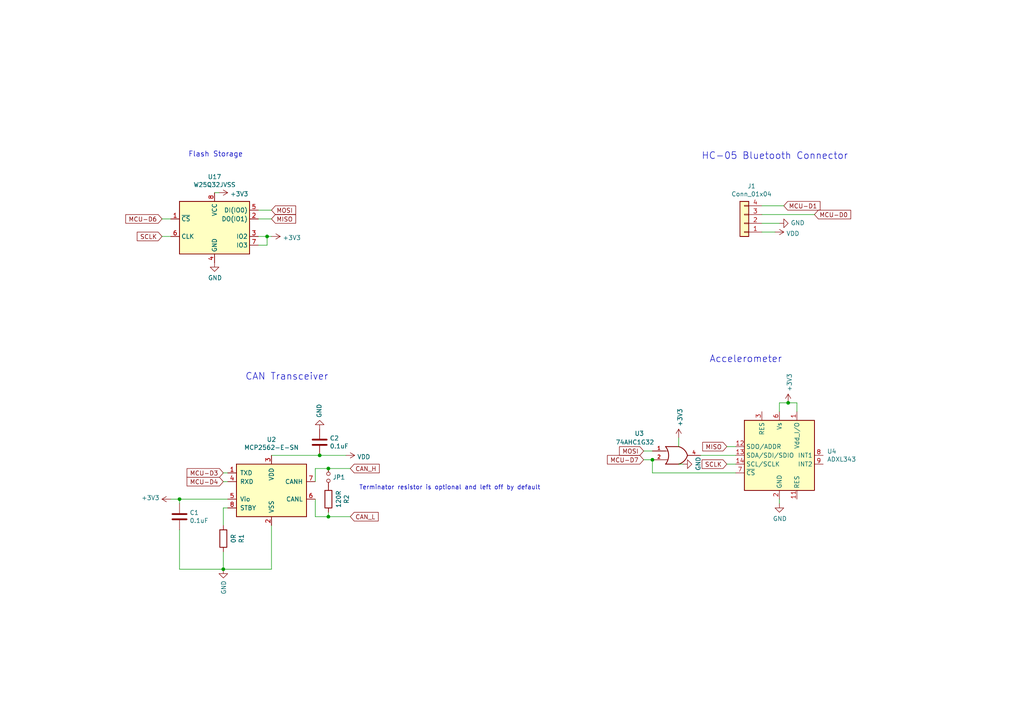
<source format=kicad_sch>
(kicad_sch (version 20250114) (generator "eeschema") (generator_version "9.0")
  (paper "A4")
  (lib_symbols
    (symbol "74xGxx:74AHC1G32" (pin_names (offset 1.016))
      (property "Reference" "U" (at -2.54 3.81 0))
      (property "Value" "74AHC1G32" (at 0 -3.81 0))
      (symbol "74AHC1G32_0_1"
        (arc (start -3.81 2.54) (mid -2.919 0) (end -3.81 -2.54) (stroke (width 0.254)))
        (polyline (pts (xy -3.81 1.27) (xy -3.175 1.27)))
        (polyline (pts (xy -3.81 -1.27) (xy -3.175 -1.27)))
        (arc (start 2.54 0) (mid 1.601 -1.601) (end 0 -2.54) (stroke (width 0.254)))
        (arc (start 0 2.54) (mid 1.6136 1.6136) (end 2.54 0) (stroke (width 0.254)))
        (polyline (pts (xy 0 2.54) (xy -3.81 2.54)) (stroke (width 0.254)) (fill (type background)))
        (polyline (pts (xy 0 -2.54) (xy -3.81 -2.54)) (stroke (width 0.254)) (fill (type background)))
      )
      (symbol "74AHC1G32_1_1"
        (pin input line (at -7.62 1.27 0) (length 3.81) (name "~") (number "1"))
        (pin input line (at -7.62 -1.27 0) (length 3.81) (name "~") (number "2"))
        (pin power_in line (at 0 2.54 90) (length 0) (hide yes) (name "VCC") (number "5"))
        (pin power_in line (at 0 -2.54 270) (length 0) (hide yes) (name "GND") (number "3"))
        (pin output line (at 6.35 0 180) (length 3.81) (name "~") (number "4"))
      )
    )
    (symbol "Connector_Generic:Conn_01x04" (pin_names (offset 1.016) (hide yes))
      (property "Reference" "J" (at 0 5.08 0))
      (property "Value" "Conn_01x04" (at 0 -7.62 0))
      (symbol "Conn_01x04_1_1"
        (rectangle (start -1.27 3.81) (end 1.27 -6.35) (stroke (width 0.254)) (fill (type background)))
        (rectangle (start -1.27 2.667) (end 0 2.413) (stroke (width 0.1524)))
        (rectangle (start -1.27 0.127) (end 0 -0.127) (stroke (width 0.1524)))
        (rectangle (start -1.27 -2.413) (end 0 -2.667) (stroke (width 0.1524)))
        (rectangle (start -1.27 -4.953) (end 0 -5.207) (stroke (width 0.1524)))
        (pin passive line (at -5.08 2.54 0) (length 3.81) (name "Pin_1") (number "1"))
        (pin passive line (at -5.08 0 0) (length 3.81) (name "Pin_2") (number "2"))
        (pin passive line (at -5.08 -2.54 0) (length 3.81) (name "Pin_3") (number "3"))
        (pin passive line (at -5.08 -5.08 0) (length 3.81) (name "Pin_4") (number "4"))
      )
    )
    (symbol "Device:C" (pin_numbers (hide yes)) (pin_names (offset 0.254))
      (property "Reference" "C" (at 0.635 2.54 0))
      (property "Value" "C" (at 0.635 -2.54 0))
      (symbol "C_0_1"
        (polyline (pts (xy -2.032 0.762) (xy 2.032 0.762)) (stroke (width 0.508)))
        (polyline (pts (xy -2.032 -0.762) (xy 2.032 -0.762)) (stroke (width 0.508)))
      )
      (symbol "C_1_1"
        (pin passive line (at 0 3.81 270) (length 2.794) (name "~") (number "1"))
        (pin passive line (at 0 -3.81 90) (length 2.794) (name "~") (number "2"))
      )
    )
    (symbol "Device:Jumper_NO_Small" (pin_numbers (hide yes)) (pin_names (offset 0.762) (hide yes))
      (property "Reference" "JP" (at 0 2.032 0))
      (property "Value" "Device_Jumper_NO_Small" (at 0.254 -1.524 0))
      (symbol "Jumper_NO_Small_0_1"
        (circle (center -1.016 0) (radius 0.508))
        (circle (center 1.016 0) (radius 0.508))
        (pin passive line (at -2.54 0 0) (length 1.016) (name "1") (number "1"))
        (pin passive line (at 2.54 0 180) (length 1.016) (name "2") (number "2"))
      )
    )
    (symbol "Device:R" (pin_numbers (hide yes)) (pin_names (offset 0))
      (property "Reference" "R" (at 2.032 0 90))
      (property "Value" "R" (at 0 0 90))
      (symbol "R_0_1"
        (rectangle (start -1.016 -2.54) (end 1.016 2.54) (stroke (width 0.254)))
      )
      (symbol "R_1_1"
        (pin passive line (at 0 3.81 270) (length 1.27) (name "~") (number "1"))
        (pin passive line (at 0 -3.81 90) (length 1.27) (name "~") (number "2"))
      )
    )
    (symbol "Interface_CAN_LIN:MCP2562-E-SN" (pin_names (offset 1.016))
      (property "Reference" "U" (at -10.16 8.89 0))
      (property "Value" "MCP2562-E-SN" (at 2.54 8.89 0))
      (symbol "MCP2562-E-SN_0_1"
        (rectangle (start -10.16 7.62) (end 10.16 -7.62) (stroke (width 0.254)) (fill (type background)))
      )
      (symbol "MCP2562-E-SN_1_1"
        (pin input line (at -12.7 5.08 0) (length 2.54) (name "TXD") (number "1"))
        (pin output line (at -12.7 2.54 0) (length 2.54) (name "RXD") (number "4"))
        (pin power_in line (at -12.7 -2.54 0) (length 2.54) (name "Vio") (number "5"))
        (pin input line (at -12.7 -5.08 0) (length 2.54) (name "STBY") (number "8"))
        (pin power_in line (at 0 10.16 270) (length 2.54) (name "VDD") (number "3"))
        (pin power_in line (at 0 -10.16 90) (length 2.54) (name "VSS") (number "2"))
        (pin bidirectional line (at 12.7 2.54 180) (length 2.54) (name "CANH") (number "7"))
        (pin bidirectional line (at 12.7 -2.54 180) (length 2.54) (name "CANL") (number "6"))
      )
    )
    (symbol "Memory_Flash:W25Q32JVSS"
      (property "Reference" "U" (at -8.89 8.89 0))
      (property "Value" "W25Q32JVSS" (at 7.62 8.89 0))
      (symbol "W25Q32JVSS_0_1"
        (rectangle (start -10.16 7.62) (end 10.16 -7.62) (stroke (width 0.254)) (fill (type background)))
      )
      (symbol "W25Q32JVSS_1_1"
        (pin input line (at -12.7 2.54 0) (length 2.54) (name "~{CS}") (number "1"))
        (pin input line (at -12.7 -2.54 0) (length 2.54) (name "CLK") (number "6"))
        (pin power_in line (at 0 10.16 270) (length 2.54) (name "VCC") (number "8"))
        (pin power_in line (at 0 -10.16 90) (length 2.54) (name "GND") (number "4"))
        (pin bidirectional line (at 12.7 5.08 180) (length 2.54) (name "DI(IO0)") (number "5"))
        (pin bidirectional line (at 12.7 2.54 180) (length 2.54) (name "DO(IO1)") (number "2"))
        (pin bidirectional line (at 12.7 -2.54 180) (length 2.54) (name "IO2") (number "3"))
        (pin bidirectional line (at 12.7 -5.08 180) (length 2.54) (name "IO3") (number "7"))
      )
    )
    (symbol "Sensor_Motion:ADXL343"
      (property "Reference" "U" (at -8.89 11.43 0))
      (property "Value" "ADXL343" (at -7.62 -11.43 0))
      (symbol "ADXL343_0_1"
        (rectangle (start -10.16 10.16) (end 10.16 -10.16) (stroke (width 0.254)) (fill (type background)))
      )
      (symbol "ADXL343_1_1"
        (pin bidirectional line (at -12.7 2.54 0) (length 2.54) (name "SDO/ADDR") (number "12"))
        (pin bidirectional line (at -12.7 0 0) (length 2.54) (name "SDA/SDI/SDIO") (number "13"))
        (pin input line (at -12.7 -2.54 0) (length 2.54) (name "SCL/SCLK") (number "14"))
        (pin input line (at -12.7 -5.08 0) (length 2.54) (name "~{CS}") (number "7"))
        (pin passive line (at -5.08 12.7 270) (length 2.54) (name "RES") (number "3"))
        (pin no_connect line (at -5.08 -10.16 90) (length 2.54) (hide yes) (name "NC") (number "10"))
        (pin power_in line (at 0 12.7 270) (length 2.54) (name "Vs") (number "6"))
        (pin power_in line (at 0 -12.7 90) (length 2.54) (name "GND") (number "2"))
        (pin passive line (at 0 -12.7 90) (length 2.54) (hide yes) (name "GND") (number "4"))
        (pin passive line (at 0 -12.7 90) (length 2.54) (hide yes) (name "GND") (number "5"))
        (pin power_in line (at 5.08 12.7 270) (length 2.54) (name "Vdd_I/O") (number "1"))
        (pin passive line (at 5.08 -12.7 90) (length 2.54) (name "RES") (number "11"))
        (pin output line (at 12.7 0 180) (length 2.54) (name "INT1") (number "8"))
        (pin output line (at 12.7 -2.54 180) (length 2.54) (name "INT2") (number "9"))
      )
    )
    (symbol "power:+3V3" (power) (pin_names (offset 0))
      (property "Value" "+3V3" (at 0 3.556 0))
      (symbol "+3V3_0_1"
        (polyline (pts (xy -0.762 1.27) (xy 0 2.54)))
        (polyline (pts (xy 0 2.54) (xy 0.762 1.27)))
        (polyline (pts (xy 0 0) (xy 0 2.54)))
      )
      (symbol "+3V3_1_1"
        (pin power_in line (at 0 0 90) (length 0) (hide yes) (name "+3V3") (number "1"))
      )
    )
    (symbol "power:GND" (power) (pin_names (offset 0))
      (property "Value" "GND" (at 0 -3.81 0))
      (symbol "GND_0_1"
        (polyline (pts (xy 0 0) (xy 0 -1.27) (xy 1.27 -1.27) (xy 0 -2.54) (xy -1.27 -1.27) (xy 0 -1.27)))
      )
      (symbol "GND_1_1"
        (pin power_in line (at 0 0 270) (length 0) (hide yes) (name "GND") (number "1"))
      )
    )
    (symbol "power:VDD" (power) (pin_names (offset 0))
      (property "Value" "VDD" (at 0 3.81 0))
      (symbol "VDD_0_1"
        (polyline (pts (xy -0.762 1.27) (xy 0 2.54)))
        (polyline (pts (xy 0 2.54) (xy 0.762 1.27)))
        (polyline (pts (xy 0 0) (xy 0 2.54)))
      )
      (symbol "VDD_1_1"
        (pin power_in line (at 0 0 90) (length 0) (hide yes) (name "VDD") (number "1"))
      )
    )
  )
  (text "CAN Transceiver" (at 71.12 110.49 0) (effects (font (size 1.9812 1.9812)) (justify left bottom)))
  (text "Flash Storage" (at 54.61 45.72 0) (effects (font (size 1.4986 1.4986)) (justify left bottom)))
  (text "HC-05 Bluetooth Connector" (at 203.454 46.482 0) (effects (font (size 1.9812 1.9812)) (justify left bottom)))
  (text "Terminator resistor is optional and left off by default" (at 104.14 142.24 0) (effects (font (size 1.27 1.27)) (justify left bottom)))
  (text "Accelerometer" (at 205.74 105.41 0) (effects (font (size 1.9812 1.9812)) (justify left bottom)))
  (junction (at 95.25 135.89))
  (junction (at 77.47 68.58))
  (junction (at 95.25 149.86))
  (junction (at 189.23 133.35))
  (junction (at 64.77 165.1))
  (junction (at 92.71 132.08))
  (junction (at 52.07 144.78))
  (junction (at 228.6 116.84))
  (wire (pts (xy 92.71 132.08) (xy 78.74 132.08)))
  (wire (pts (xy 74.93 60.96) (xy 78.74 60.96)))
  (wire (pts (xy 91.44 135.89) (xy 91.44 139.7)))
  (wire (pts (xy 236.22 62.23) (xy 220.98 62.23)))
  (wire (pts (xy 226.06 146.05) (xy 226.06 144.78)))
  (wire (pts (xy 91.44 149.86) (xy 95.25 149.86)))
  (wire (pts (xy 78.74 152.4) (xy 78.74 165.1)))
  (wire (pts (xy 186.69 133.35) (xy 189.23 133.35)))
  (wire (pts (xy 74.93 71.12) (xy 77.47 71.12)))
  (wire (pts (xy 226.06 64.77) (xy 220.98 64.77)))
  (wire (pts (xy 220.98 59.69) (xy 227.33 59.69)))
  (wire (pts (xy 64.77 139.7) (xy 66.04 139.7)))
  (wire (pts (xy 231.14 119.38) (xy 231.14 116.84)))
  (wire (pts (xy 77.47 71.12) (xy 77.47 68.58)))
  (wire (pts (xy 63.5 55.88) (xy 62.23 55.88)))
  (wire (pts (xy 224.79 67.31) (xy 220.98 67.31)))
  (wire (pts (xy 52.07 144.78) (xy 66.04 144.78)))
  (wire (pts (xy 95.25 149.86) (xy 101.6 149.86)))
  (wire (pts (xy 49.53 144.78) (xy 52.07 144.78)))
  (wire (pts (xy 78.74 165.1) (xy 64.77 165.1)))
  (wire (pts (xy 52.07 165.1) (xy 64.77 165.1)))
  (wire (pts (xy 46.99 63.5) (xy 49.53 63.5)))
  (wire (pts (xy 95.25 148.59) (xy 95.25 149.86)))
  (wire (pts (xy 46.99 68.58) (xy 49.53 68.58)))
  (wire (pts (xy 95.25 135.89) (xy 91.44 135.89)))
  (wire (pts (xy 77.47 68.58) (xy 74.93 68.58)))
  (wire (pts (xy 210.82 134.62) (xy 213.36 134.62)))
  (wire (pts (xy 186.69 130.81) (xy 189.23 130.81)))
  (wire (pts (xy 95.25 135.89) (xy 101.6 135.89)))
  (wire (pts (xy 64.77 147.32) (xy 66.04 147.32)))
  (wire (pts (xy 196.85 127) (xy 196.85 129.54)))
  (wire (pts (xy 64.77 160.02) (xy 64.77 165.1)))
  (wire (pts (xy 189.23 133.35) (xy 189.23 137.16)))
  (wire (pts (xy 64.77 152.4) (xy 64.77 147.32)))
  (wire (pts (xy 198.12 134.62) (xy 196.85 134.62)))
  (wire (pts (xy 210.82 129.54) (xy 213.36 129.54)))
  (wire (pts (xy 52.07 146.05) (xy 52.07 144.78)))
  (wire (pts (xy 52.07 153.67) (xy 52.07 165.1)))
  (wire (pts (xy 78.74 63.5) (xy 74.93 63.5)))
  (wire (pts (xy 91.44 144.78) (xy 91.44 149.86)))
  (wire (pts (xy 226.06 119.38) (xy 226.06 116.84)))
  (wire (pts (xy 189.23 137.16) (xy 213.36 137.16)))
  (wire (pts (xy 203.2 132.08) (xy 213.36 132.08)))
  (wire (pts (xy 226.06 116.84) (xy 228.6 116.84)))
  (wire (pts (xy 100.33 132.08) (xy 92.71 132.08)))
  (wire (pts (xy 231.14 116.84) (xy 228.6 116.84)))
  (wire (pts (xy 64.77 137.16) (xy 66.04 137.16)))
  (wire (pts (xy 78.74 68.58) (xy 77.47 68.58)))
  (global_label "CAN_L" (shape input) (at 101.6 149.86 0) (property "Intersheetrefs" "${INTERSHEET_REFS}" (effects (hide yes))))
  (global_label "MCU-D3" (shape input) (at 64.77 137.16 180) (property "Intersheetrefs" "${INTERSHEET_REFS}" (effects (hide yes))))
  (global_label "MISO" (shape input) (at 210.82 129.54 180) (property "Intersheetrefs" "${INTERSHEET_REFS}" (effects (hide yes))))
  (global_label "MCU-D6" (shape input) (at 46.99 63.5 180) (property "Intersheetrefs" "${INTERSHEET_REFS}" (effects (hide yes))))
  (global_label "MISO" (shape input) (at 78.74 63.5 0) (property "Intersheetrefs" "${INTERSHEET_REFS}" (effects (hide yes))))
  (global_label "MCU-D4" (shape input) (at 64.77 139.7 180) (property "Intersheetrefs" "${INTERSHEET_REFS}" (effects (hide yes))))
  (global_label "MOSI" (shape input) (at 78.74 60.96 0) (property "Intersheetrefs" "${INTERSHEET_REFS}" (effects (hide yes))))
  (global_label "MCU-D0" (shape input) (at 236.22 62.23 0) (property "Intersheetrefs" "${INTERSHEET_REFS}" (effects (hide yes))))
  (global_label "SCLK" (shape input) (at 46.99 68.58 180) (property "Intersheetrefs" "${INTERSHEET_REFS}" (effects (hide yes))))
  (global_label "MCU-D1" (shape input) (at 227.33 59.69 0) (property "Intersheetrefs" "${INTERSHEET_REFS}" (effects (hide yes))))
  (global_label "SCLK" (shape input) (at 210.82 134.62 180) (property "Intersheetrefs" "${INTERSHEET_REFS}" (effects (hide yes))))
  (global_label "MOSI" (shape input) (at 186.69 130.81 180) (property "Intersheetrefs" "${INTERSHEET_REFS}" (effects (hide yes))))
  (global_label "MCU-D7" (shape input) (at 186.69 133.35 180) (property "Intersheetrefs" "${INTERSHEET_REFS}" (effects (hide yes))))
  (global_label "CAN_H" (shape input) (at 101.6 135.89 0) (property "Intersheetrefs" "${INTERSHEET_REFS}" (effects (hide yes))))
  (symbol (lib_id "Interface_CAN_LIN:MCP2562-E-SN") (at 78.74 142.24 0) (unit 1)
    (property "Reference" "U2" (at 78.74 127.4826 0))
    (property "Value" "MCP2562-E-SN" (at 78.74 129.794 0))
    (property "Footprint" "Package_SO:SOIC-8_3.9x4.9mm_P1.27mm" (effects (hide yes)))
    (property "Datasheet" "http://ww1.microchip.com/downloads/en/DeviceDoc/25167A.pdf" (effects (hide yes)))
    (property "Digikey Part Number" "MCP2562-E/SN-ND" (effects (hide yes)))
    (property "Manufacturer_Name" "Microchip Technology" (effects (hide yes)))
    (property "Manufacturer_Part_Number" "MCP2562-E/SN" (effects (hide yes)))
    (property "URL" "https://www.digikey.com.au/products/en?keywords=MCP2562-E-SN" (effects (hide yes)))
  )
  (symbol (lib_id "Device:R") (at 95.25 144.78 180) (unit 1)
    (property "Reference" "R2" (at 100.5078 144.78 90))
    (property "Value" "120R" (at 98.1964 144.78 90))
    (property "Footprint" "Resistor_SMD:R_0805_2012Metric_Pad1.20x1.40mm_HandSolder" (effects (hide yes)))
    (property "Manufacturer_Name" "Yageo" (effects (hide yes)))
    (property "Manufacturer_Part_Number" "RC0805FR-07120RL" (effects (hide yes)))
    (property "URL" "https://www.digikey.com/products/en?keywords=311-120CRCT-ND" (effects (hide yes)))
    (property "Digikey Part Number" "311-120CRCT-ND" (effects (hide yes)))
  )
  (symbol (lib_id "power:GND") (at 226.06 64.77 90) (unit 1)
    (property "Reference" "#PWR04" (effects (hide yes)))
    (property "Value" "GND" (at 229.3112 64.643 90) (effects (justify right)))
  )
  (symbol (lib_id "power:GND") (at 226.06 146.05 0) (unit 1)
    (property "Reference" "#PWR014" (effects (hide yes)))
    (property "Value" "GND" (at 226.187 150.4442 0))
  )
  (symbol (lib_id "74xGxx:74AHC1G32") (at 196.85 132.08 0) (unit 1)
    (property "Reference" "U3" (at 185.42 125.73 0))
    (property "Value" "74AHC1G32" (at 184.15 128.27 0))
    (property "Footprint" "Package_TO_SOT_SMD:SOT-353_SC-70-5" (effects (hide yes)))
    (property "Datasheet" "http://www.ti.com/lit/sg/scyt129e/scyt129e.pdf" (effects (hide yes)))
    (property "Digikey Part Number" "296-8749-1-ND" (effects (hide yes)))
    (property "Manufacturer_Name" "Analog Devices" (effects (hide yes)))
    (property "Manufacturer_Part_Number" "SN74AHC1G32DCKR" (effects (hide yes)))
    (property "URL" "https://www.digikey.com.au/product-detail/en/texas-instruments/SN74AHC1G32DCKR/296-8749-1-ND/373812" (effects (hide yes)))
  )
  (symbol (lib_id "power:GND") (at 64.77 165.1 0) (unit 1)
    (property "Reference" "#PWR09" (effects (hide yes)))
    (property "Value" "GND" (at 64.897 168.3512 90) (effects (justify right)))
  )
  (symbol (lib_id "power:VDD") (at 100.33 132.08 270) (unit 1)
    (property "Reference" "#PWR011" (effects (hide yes)))
    (property "Value" "VDD" (at 103.5812 132.5118 90) (effects (justify left)))
  )
  (symbol (lib_id "power:+3V3") (at 78.74 68.58 270) (unit 1)
    (property "Reference" "#PWR07" (effects (hide yes)))
    (property "Value" "+3V3" (at 81.9912 68.961 90) (effects (justify left)))
  )
  (symbol (lib_id "Device:C") (at 92.71 128.27 0) (unit 1)
    (property "Reference" "C2" (at 95.631 127.1016 0) (effects (justify left)))
    (property "Value" "0.1uF" (at 95.631 129.413 0) (effects (justify left)))
    (property "Footprint" "Capacitor_SMD:C_0805_2012Metric" (effects (hide yes)))
    (property "Digikey Part Number" "311-1140-1-ND" (effects (hide yes)))
    (property "Manufacturer_Name" "Yageo" (effects (hide yes)))
    (property "Manufacturer_Part_Number" "CC0805KRX7R9BB104" (effects (hide yes)))
    (property "URL" "https://www.digikey.com.au/product-detail/en/yageo/CC0805KRX7R9BB104/311-1140-1-ND/303050" (effects (hide yes)))
  )
  (symbol (lib_id "power:+3V3") (at 63.5 55.88 270) (unit 1)
    (property "Reference" "#PWR06" (effects (hide yes)))
    (property "Value" "+3V3" (at 66.7512 56.261 90) (effects (justify left)))
  )
  (symbol (lib_id "Connector_Generic:Conn_01x04") (at 215.9 64.77 180) (unit 1)
    (property "Reference" "J1" (at 217.9828 53.975 0))
    (property "Value" "Conn_01x04" (at 217.9828 56.2864 0))
    (property "Footprint" "Connector_PinHeader_2.54mm:PinHeader_1x04_P2.54mm_Vertical" (effects (hide yes)))
  )
  (symbol (lib_id "Memory_Flash:W25Q32JVSS") (at 62.23 66.04 0) (unit 1)
    (property "Reference" "U17" (at 62.23 51.2826 0))
    (property "Value" "W25Q32JVSS" (at 62.23 53.594 0))
    (property "Footprint" "Package_SO:SOIC-8_5.23x5.23mm_P1.27mm" (effects (hide yes)))
    (property "Datasheet" "http://www.winbond.com/resource-files/w25q32jv%20revg%2003272018%20plus.pdf" (effects (hide yes)))
    (property "Digikey Part Number" "W25Q32JVSSIQCT-ND" (effects (hide yes)))
    (property "Manufacturer_Name" "Winbond Electronics" (effects (hide yes)))
    (property "Manufacturer_Part_Number" "W25Q32JVSSIQ" (effects (hide yes)))
    (property "URL" "https://www.digikey.com.au/product-detail/en/winbond-electronics/W25Q32JVSSIQ-TR/W25Q32JVSSIQCT-ND/7393546" (effects (hide yes)))
  )
  (symbol (lib_id "Device:C") (at 52.07 149.86 0) (unit 1)
    (property "Reference" "C1" (at 54.991 148.6916 0) (effects (justify left)))
    (property "Value" "0.1uF" (at 54.991 151.003 0) (effects (justify left)))
    (property "Footprint" "Capacitor_SMD:C_0805_2012Metric" (effects (hide yes)))
    (property "Digikey Part Number" "311-1140-1-ND" (effects (hide yes)))
    (property "Manufacturer_Name" "Yageo" (effects (hide yes)))
    (property "Manufacturer_Part_Number" "CC0805KRX7R9BB104" (effects (hide yes)))
    (property "URL" "https://www.digikey.com.au/product-detail/en/yageo/CC0805KRX7R9BB104/311-1140-1-ND/303050" (effects (hide yes)))
  )
  (symbol (lib_id "power:GND") (at 62.23 76.2 0) (unit 1)
    (property "Reference" "#PWR05" (effects (hide yes)))
    (property "Value" "GND" (at 62.357 80.5942 0))
  )
  (symbol (lib_id "power:+3V3") (at 228.6 116.84 0) (unit 1)
    (property "Reference" "#PWR015" (effects (hide yes)))
    (property "Value" "+3V3" (at 228.981 113.5888 90) (effects (justify left)))
  )
  (symbol (lib_id "power:VDD") (at 224.79 67.31 270) (unit 1)
    (property "Reference" "#PWR03" (effects (hide yes)))
    (property "Value" "VDD" (at 228.0412 67.7418 90) (effects (justify left)))
  )
  (symbol (lib_id "power:+3V3") (at 49.53 144.78 90) (unit 1)
    (property "Reference" "#PWR08" (effects (hide yes)))
    (property "Value" "+3V3" (at 46.2788 144.399 90) (effects (justify left)))
  )
  (symbol (lib_id "Sensor_Motion:ADXL343") (at 226.06 132.08 0) (unit 1)
    (property "Reference" "U4" (at 239.8776 130.9116 0) (effects (justify left)))
    (property "Value" "ADXL343" (at 239.8776 133.223 0) (effects (justify left)))
    (property "Footprint" "Package_LGA:LGA-14_3x5mm_P0.8mm_LayoutBorder1x6y" (effects (hide yes)))
    (property "Datasheet" "https://www.analog.com/media/en/technical-documentation/data-sheets/ADXL343.pdf" (effects (hide yes)))
    (property "Digikey Part Number" "ADXL343BCCZ-RLCT-ND" (effects (hide yes)))
    (property "Manufacturer_Name" "Analog Devices" (effects (hide yes)))
    (property "Manufacturer_Part_Number" "ADXL343BCCZ-RL" (effects (hide yes)))
    (property "URL" "https://www.digikey.com.au/product-detail/en/analog-devices-inc/ADXL343BCCZ-RL/ADXL343BCCZ-RLCT-ND/7422311" (effects (hide yes)))
  )
  (symbol (lib_id "power:+3V3") (at 196.85 127 0) (unit 1)
    (property "Reference" "#PWR012" (effects (hide yes)))
    (property "Value" "+3V3" (at 197.231 123.7488 90) (effects (justify left)))
  )
  (symbol (lib_id "power:GND") (at 198.12 134.62 90) (unit 1)
    (property "Reference" "#PWR013" (effects (hide yes)))
    (property "Value" "GND" (at 202.5142 134.493 0))
  )
  (symbol (lib_id "power:GND") (at 92.71 124.46 180) (unit 1)
    (property "Reference" "#PWR010" (effects (hide yes)))
    (property "Value" "GND" (at 92.583 121.2088 90) (effects (justify right)))
  )
  (symbol (lib_id "Device:R") (at 64.77 156.21 180) (unit 1)
    (property "Reference" "R1" (at 70.0278 156.21 90))
    (property "Value" "0R" (at 67.7164 156.21 90))
    (property "Footprint" "Resistor_SMD:R_0805_2012Metric_Pad1.20x1.40mm_HandSolder" (effects (hide yes)))
    (property "Manufacturer_Name" "Yageo" (effects (hide yes)))
    (property "Manufacturer_Part_Number" "RC0805JR-070RL" (effects (hide yes)))
    (property "URL" "https://www.digikey.com.au/product-detail/en/yageo/RC0805JR-070RL/311-0.0ARCT-ND/731163" (effects (hide yes)))
    (property "Digikey Part Number" "311-0.0ARCT-ND" (effects (hide yes)))
  )
  (symbol (lib_id "Device:Jumper_NO_Small") (at 95.25 138.43 270) (unit 1)
    (property "Reference" "JP1" (at 96.4692 138.43 90) (effects (justify left)))
    (property "Value" "Jumper_NO_Small" (effects (hide yes)))
    (property "Footprint" "Jumper:SolderJumper-2_P1.3mm_Open_Pad1.0x1.5mm" (effects (hide yes)))
  )
)
</source>
